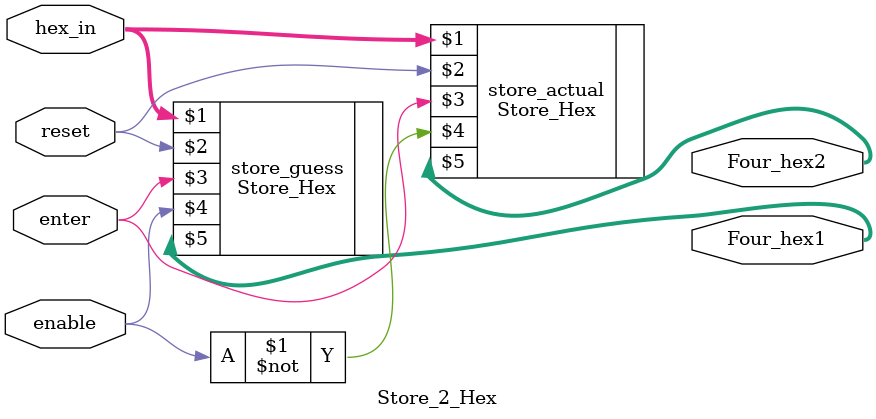
<source format=v>
`timescale 1ns / 1ps

//This module instantiates two Store_Hex modules
//These modules share the same hex_in,reset, and enter
//They have seperate outputs, Four_hex1 and Four_hex2
//They have opposite enables meaning we will only store to one module at a time
module Store_2_Hex(
    input [3:0] hex_in,
    input enable,reset,enter,
    output [15:0] Four_hex1,
    output [15:0] Four_hex2
    );
    
    Store_Hex store_guess(hex_in,reset,enter,enable,Four_hex1);
    Store_Hex store_actual(hex_in,reset,enter,~enable,Four_hex2);
endmodule

</source>
